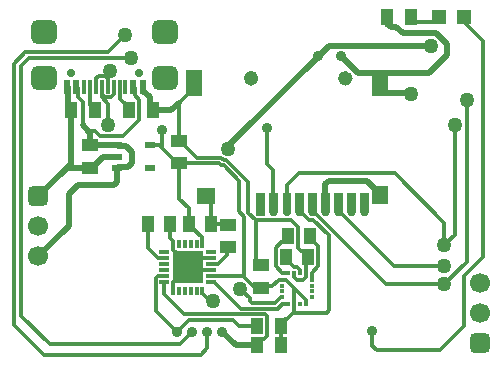
<source format=gtl>
G04*
G04 #@! TF.GenerationSoftware,Altium Limited,Altium Designer,24.6.1 (21)*
G04*
G04 Layer_Physical_Order=1*
G04 Layer_Color=255*
%FSLAX44Y44*%
%MOMM*%
G71*
G04*
G04 #@! TF.SameCoordinates,C8E3648B-F440-4E60-89DD-F72648EE24C4*
G04*
G04*
G04 #@! TF.FilePolarity,Positive*
G04*
G01*
G75*
%ADD10C,0.2540*%
G04:AMPARAMS|DCode=11|XSize=2mm|YSize=2.18mm|CornerRadius=0.5mm|HoleSize=0mm|Usage=FLASHONLY|Rotation=90.000|XOffset=0mm|YOffset=0mm|HoleType=Round|Shape=RoundedRectangle|*
%AMROUNDEDRECTD11*
21,1,2.0000,1.1800,0,0,90.0*
21,1,1.0000,2.1800,0,0,90.0*
1,1,1.0000,0.5900,0.5000*
1,1,1.0000,0.5900,-0.5000*
1,1,1.0000,-0.5900,-0.5000*
1,1,1.0000,-0.5900,0.5000*
%
%ADD11ROUNDEDRECTD11*%
%ADD12R,0.6000X1.1500*%
%ADD13R,0.3000X1.1500*%
%ADD14C,0.7000*%
%ADD15R,2.6000X2.7000*%
%ADD16R,0.3500X0.8000*%
%ADD17R,0.8500X0.3500*%
%ADD18R,0.9000X0.6000*%
%ADD19R,1.3500X1.1000*%
%ADD20R,1.1000X1.3500*%
%ADD21R,0.3000X0.4500*%
%ADD22R,0.4500X0.3000*%
%ADD23R,1.1000X1.4500*%
%ADD24R,1.2000X1.2000*%
%ADD25C,1.0000*%
%ADD26R,1.4000X2.2000*%
%ADD27R,1.6000X1.4000*%
%ADD28R,1.4000X1.6000*%
%ADD29C,0.3000*%
%ADD30C,0.5000*%
%ADD31C,1.7000*%
G04:AMPARAMS|DCode=32|XSize=1.7mm|YSize=1.7mm|CornerRadius=0.425mm|HoleSize=0mm|Usage=FLASHONLY|Rotation=270.000|XOffset=0mm|YOffset=0mm|HoleType=Round|Shape=RoundedRectangle|*
%AMROUNDEDRECTD32*
21,1,1.7000,0.8500,0,0,270.0*
21,1,0.8500,1.7000,0,0,270.0*
1,1,0.8500,-0.4250,-0.4250*
1,1,0.8500,-0.4250,0.4250*
1,1,0.8500,0.4250,0.4250*
1,1,0.8500,0.4250,-0.4250*
%
%ADD32ROUNDEDRECTD32*%
%ADD33C,0.9000*%
%ADD34C,1.2700*%
G36*
G01X210480Y148300D02*
G01X217480D01*
G01Y129175D01*
G02X216605Y128300I-875J0D01*
G01X211355D01*
G02X210480Y129175I0J875D01*
G01Y148300D01*
D02*
G37*
G36*
G01X221480D02*
G01X228480D01*
G01Y131800D01*
G02X224980Y128300I-3500J0D01*
G02X221480Y131800I0J3500D01*
G01Y148300D01*
D02*
G37*
G36*
G01X232980D02*
G01X239980D01*
G01Y131800D01*
G02X236480Y128300I-3500J0D01*
G02X232980Y131800I0J3500D01*
G01Y148300D01*
D02*
G37*
G36*
G01X243480D02*
G01X250480D01*
G01Y131800D01*
G02X246980Y128300I-3500J0D01*
G02X243480Y131800I0J3500D01*
G01Y148300D01*
D02*
G37*
G36*
G01X254480D02*
G01X261480D01*
G01Y131800D01*
G02X257980Y128300I-3500J0D01*
G02X254480Y131800I0J3500D01*
G01Y148300D01*
D02*
G37*
G36*
G01X265480D02*
G01X272480D01*
G01Y131800D01*
G02X268980Y128300I-3500J0D01*
G02X265480Y131800I0J3500D01*
G01Y148300D01*
D02*
G37*
G36*
G01X276480D02*
G01X283480D01*
G01Y131800D01*
G02X279980Y128300I-3500J0D01*
G02X276480Y131800I0J3500D01*
G01Y148300D01*
D02*
G37*
G36*
G01X287480D02*
G01X294480D01*
G01Y131800D01*
G02X290980Y128300I-3500J0D01*
G02X287480Y131800I0J3500D01*
G01Y148300D01*
D02*
G37*
G36*
G01X298480D02*
G01X305480D01*
G01Y131800D01*
G02X301980Y128300I-3500J0D01*
G02X298480Y131800I0J3500D01*
G01Y148300D01*
D02*
G37*
D10*
X210980Y245300D02*
G03*
X210980Y245300I-5000J0D01*
G01*
X290780D02*
G03*
X290780Y245300I-5000J0D01*
G01*
D11*
X31064Y245190D02*
D03*
Y284190D02*
D03*
X133264Y245190D02*
D03*
Y284190D02*
D03*
D12*
X114114Y238190D02*
D03*
X106114D02*
D03*
X50114D02*
D03*
X58114D02*
D03*
D13*
X99614D02*
D03*
X94614D02*
D03*
X79614Y238190D02*
D03*
X64614D02*
D03*
X69614D02*
D03*
X84614D02*
D03*
X89614Y238190D02*
D03*
X74614Y238190D02*
D03*
D14*
X53214Y250190D02*
D03*
X111014D02*
D03*
D15*
X152360Y85410D02*
D03*
D16*
X164860Y105410D02*
D03*
X159860D02*
D03*
X154860D02*
D03*
X149860D02*
D03*
X144860D02*
D03*
X139860D02*
D03*
X164860Y65410D02*
D03*
X159860D02*
D03*
X154860D02*
D03*
X149860D02*
D03*
X144860D02*
D03*
X139860D02*
D03*
D17*
X132610Y97910D02*
D03*
Y92910D02*
D03*
Y87910D02*
D03*
Y82910D02*
D03*
Y77910D02*
D03*
Y72910D02*
D03*
X172110Y97910D02*
D03*
Y92910D02*
D03*
Y87910D02*
D03*
Y82910D02*
D03*
Y77910D02*
D03*
Y72910D02*
D03*
D18*
X120680Y188570D02*
D03*
Y169570D02*
D03*
X92680D02*
D03*
Y179070D02*
D03*
Y188570D02*
D03*
D19*
X144780Y173482D02*
D03*
Y192278D02*
D03*
X69850Y188468D02*
D03*
Y169672D02*
D03*
X186690Y102362D02*
D03*
Y121158D02*
D03*
X214630Y68072D02*
D03*
Y86868D02*
D03*
D20*
X153162Y121920D02*
D03*
X171958D02*
D03*
X118872D02*
D03*
X137668D02*
D03*
X255778Y111760D02*
D03*
X236982D02*
D03*
X235712Y93980D02*
D03*
X254508D02*
D03*
D21*
X237610Y54560D02*
D03*
X242610D02*
D03*
X247610D02*
D03*
X252610D02*
D03*
Y80060D02*
D03*
X247610D02*
D03*
X242610D02*
D03*
X237610D02*
D03*
D22*
X257860Y59810D02*
D03*
Y64810D02*
D03*
Y69810D02*
D03*
Y74810D02*
D03*
X232360D02*
D03*
Y69810D02*
D03*
Y64810D02*
D03*
Y59810D02*
D03*
D23*
X230980Y35560D02*
D03*
X210980D02*
D03*
X230980Y19100D02*
D03*
X210980D02*
D03*
X341470Y297180D02*
D03*
X321470D02*
D03*
X123030Y218440D02*
D03*
X103030D02*
D03*
X53500D02*
D03*
X73500D02*
D03*
D24*
X365420Y297180D02*
D03*
X386420D02*
D03*
D25*
X205980Y245300D02*
D03*
X285780D02*
D03*
D26*
X315480Y241300D02*
D03*
X157480D02*
D03*
D27*
X167480Y145300D02*
D03*
D28*
X315480Y146300D02*
D03*
D29*
X209750Y90868D02*
X213750Y86868D01*
X209750Y90868D02*
Y125300D01*
X213750Y86868D02*
X214630D01*
X147367Y92910D02*
X172110D01*
X171958Y121920D02*
X189738D01*
X270023Y46990D02*
X271780Y48747D01*
Y112251D01*
X243430Y46990D02*
X270023D01*
X242610Y47810D02*
X243430Y46990D01*
X258731Y125300D02*
X271780Y112251D01*
X255288Y125300D02*
X258731D01*
X246980Y133608D02*
X255288Y125300D01*
X246980Y133608D02*
Y138300D01*
X256877Y134711D02*
Y137196D01*
X257980Y138300D01*
X256877Y134711D02*
X320468Y71120D01*
X236480Y155200D02*
X246380Y165100D01*
X327660D01*
X236480Y138300D02*
Y155200D01*
X160326Y177982D02*
X180905D01*
X182817Y176070D01*
X179041Y173482D02*
X180953Y171570D01*
X184624Y176070D02*
X203597Y157097D01*
X182817Y176070D02*
X184624D01*
X182760Y171570D02*
X195580Y158750D01*
X144780Y173482D02*
X179041D01*
X180953Y171570D02*
X182760D01*
X219710Y172573D02*
Y203200D01*
X195580Y132571D02*
Y158750D01*
X11430Y44450D02*
Y256053D01*
X14646Y267390D02*
X84510D01*
X18267Y262890D02*
X104140D01*
X11430Y256053D02*
X18267Y262890D01*
X157480Y237300D02*
Y241300D01*
X144780Y192278D02*
Y224600D01*
X157480Y237300D01*
X128442Y188570D02*
X130810Y186202D01*
X120680Y188570D02*
X128442D01*
X130810Y186202D02*
X143530Y173482D01*
X130810Y186202D02*
Y201930D01*
X143530Y173482D02*
X144780D01*
X153162Y121920D02*
Y135128D01*
Y120670D02*
Y121920D01*
X144780Y143510D02*
X153162Y135128D01*
X144780Y143510D02*
Y173482D01*
X73746Y201065D02*
X78421Y196390D01*
X97973D02*
X111530Y209947D01*
X78421Y196390D02*
X97973D01*
X107614Y230849D02*
X111530Y226933D01*
Y209947D02*
Y226933D01*
X106114Y238190D02*
X107614Y236690D01*
Y230849D02*
Y236690D01*
X68175Y201065D02*
X73746D01*
X59614Y229319D02*
X63500Y225433D01*
Y205740D02*
Y225433D01*
X58114Y238190D02*
X59614Y236690D01*
Y229319D02*
Y236690D01*
X69614Y222326D02*
X73500Y218440D01*
X69614Y222326D02*
Y238190D01*
X94614Y227940D02*
Y238190D01*
Y227940D02*
X98364Y224190D01*
X99030D01*
X103030Y220190D01*
Y218440D02*
Y220190D01*
X11430Y44450D02*
X35560Y20320D01*
X146050D01*
X156210Y30480D01*
X5080Y36830D02*
X30480Y11430D01*
X5080Y36830D02*
Y257824D01*
X14646Y267390D01*
X30480Y11430D02*
X163343D01*
X84510Y267390D02*
X99060Y281940D01*
X168910Y16997D02*
Y30480D01*
X163343Y11430D02*
X168910Y16997D01*
X86587Y251170D02*
Y251640D01*
X82357Y246940D02*
X86587Y251170D01*
X74614Y238190D02*
Y242440D01*
X75114Y242940D01*
Y245183D01*
X76871Y246940D02*
X82357D01*
X84614Y244683D01*
Y238190D02*
Y244683D01*
X75114Y245183D02*
X76871Y246940D01*
X79614Y229319D02*
Y231697D01*
X89614D02*
Y238190D01*
X87357Y229440D02*
X89614Y231697D01*
X81871Y229440D02*
X87357D01*
X79614Y231697D02*
X81871Y229440D01*
X79614Y231697D02*
Y238190D01*
Y229319D02*
X85090Y223843D01*
Y205740D02*
Y223843D01*
X125360Y48630D02*
X143510Y30480D01*
X125360Y48630D02*
Y75903D01*
X127117Y77660D02*
X132360D01*
X132610Y77910D01*
X125360Y75903D02*
X127117Y77660D01*
X210980Y19100D02*
Y20850D01*
X214980Y24850D02*
X217263D01*
X219480Y27067D01*
Y44053D01*
X217723Y45810D02*
X219480Y44053D01*
X132610Y62667D02*
X149467Y45810D01*
X132610Y62667D02*
Y72910D01*
X206637Y54810D02*
X226610D01*
X210980Y20850D02*
X214980Y24850D01*
X174610Y72910D02*
X197210Y50310D01*
X204880Y56567D02*
X206637Y54810D01*
X228474Y50310D02*
X231974Y53810D01*
X149467Y45810D02*
X217723D01*
X231974Y53810D02*
X237610D01*
X204880Y56567D02*
Y59280D01*
X197210Y50310D02*
X228474D01*
X226610Y54810D02*
X231610Y59810D01*
X232360D01*
X196850Y67310D02*
X204880Y59280D01*
X172110Y72910D02*
X174610D01*
X215308Y67986D02*
X216888Y69565D01*
X200250Y77133D02*
X209380Y68003D01*
X199473Y77910D02*
X200250Y77133D01*
X209380Y67986D02*
X215308D01*
X209380D02*
Y68003D01*
X216888Y69565D02*
X224123D01*
X229367Y74810D01*
X152360Y85410D02*
X154860Y82910D01*
X172110D01*
X140110Y100167D02*
X147367Y92910D01*
X140110Y100167D02*
Y105160D01*
X139860Y105410D02*
X140110Y105160D01*
X152360Y84910D02*
Y85410D01*
X139860Y65410D02*
X140110Y65660D01*
Y72660D01*
X152360Y84910D01*
X118872Y101405D02*
Y121920D01*
Y101405D02*
X127117Y93160D01*
X132360D01*
X132610Y92910D01*
X139860Y105410D02*
Y107660D01*
X137668Y109852D02*
Y121920D01*
Y109852D02*
X139860Y107660D01*
X162308Y112774D02*
X162489D01*
X158412Y116670D02*
X162308Y112774D01*
X157162Y116670D02*
X158412D01*
X153162Y120670D02*
X157162Y116670D01*
X200250Y77133D02*
Y127901D01*
X146030Y192278D02*
X160326Y177982D01*
X203597Y131453D02*
Y157097D01*
Y131453D02*
X209750Y125300D01*
X239935D01*
X195580Y132571D02*
X200250Y127901D01*
X172110Y77910D02*
X199473D01*
X162489Y112774D02*
X164610Y110653D01*
Y105660D02*
Y110653D01*
Y105660D02*
X164860Y105410D01*
X171958Y121920D02*
Y140822D01*
X167480Y145300D02*
X171958Y140822D01*
X189738Y121920D02*
X190500Y121158D01*
X172360Y88160D02*
X177603D01*
X185250Y95807D01*
Y98362D01*
X172110Y87910D02*
X172360Y88160D01*
X185250Y98362D02*
X189250Y102362D01*
X190500D01*
X257860Y80839D02*
X263008Y85987D01*
X255778Y110510D02*
X263008Y103280D01*
X255778Y110510D02*
Y111760D01*
X257860Y74810D02*
Y80839D01*
X263008Y85987D02*
Y103280D01*
X251968Y93980D02*
Y97770D01*
X252610Y92082D02*
X254508Y93980D01*
X252610Y80060D02*
Y92082D01*
Y77067D02*
Y80060D01*
X250353Y74810D02*
X252610Y77067D01*
X244867Y74810D02*
X250353D01*
X242610Y77067D02*
X244867Y74810D01*
X242610Y77067D02*
Y80060D01*
X237610Y53810D02*
Y54560D01*
X172134Y59006D02*
X173990Y57150D01*
X169014Y59006D02*
X172134D01*
X164860Y63160D02*
X169014Y59006D01*
X164860Y63160D02*
Y65410D01*
X230980Y19100D02*
Y35560D01*
Y37310D02*
X234980Y41310D01*
X242610Y47810D02*
Y54560D01*
X236110Y41310D02*
X242610Y47810D01*
X234980Y41310D02*
X236110D01*
X230980Y35560D02*
Y37310D01*
X252610Y54560D02*
Y57553D01*
X242610Y67553D02*
X252610Y57553D01*
X242610Y54560D02*
Y67553D01*
X235353Y74810D02*
X242610Y67553D01*
X232360Y74810D02*
X235353D01*
X229367D02*
X232360D01*
X232389Y80810D02*
X237610D01*
X227212Y85987D02*
Y101973D01*
X231749Y106510D01*
X232982D01*
X236982Y110510D01*
Y111760D01*
X237610Y80060D02*
Y80810D01*
X227212Y85987D02*
X232389Y80810D01*
X235712Y92730D02*
X242768Y85674D01*
X244989D01*
X247610Y80060D02*
Y83053D01*
X235712Y92730D02*
Y93980D01*
X244989Y85674D02*
X247610Y83053D01*
X239935Y125300D02*
X245931Y119304D01*
Y101436D02*
Y119304D01*
Y101436D02*
X248137Y99230D01*
X250508D01*
X251968Y97770D01*
X144780Y192278D02*
X146030D01*
X369570Y104140D02*
Y123190D01*
X327660Y165100D02*
X369570Y123190D01*
X386420Y293370D02*
X402590Y277200D01*
X386420Y77810D02*
X402590Y93980D01*
Y277200D01*
X386420Y35900D02*
Y77810D01*
X369570Y71120D02*
X388620Y90170D01*
Y227330D01*
X369570Y104140D02*
X378460Y113030D01*
Y205740D01*
X279980Y133608D02*
X327228Y86360D01*
X369570D01*
X320468Y71120D02*
X369570D01*
X279980Y133608D02*
Y138300D01*
X341470Y293370D02*
X365420D01*
X308610Y19050D02*
X312420Y15240D01*
X308610Y19050D02*
Y31750D01*
X312420Y15240D02*
X365760D01*
X386420Y35900D01*
X224980Y138300D02*
Y167303D01*
X219710Y172573D02*
X224980Y167303D01*
X190500Y40640D02*
X195580Y35560D01*
X153670Y40640D02*
X190500D01*
X143510Y30480D02*
X153670Y40640D01*
X195580Y35560D02*
X210980D01*
D30*
X296300Y249800D02*
X310980D01*
X281940Y264160D02*
X296300Y249800D01*
X315480Y241300D02*
Y245300D01*
X310980Y249800D02*
X315480Y245300D01*
X186690Y185420D02*
Y187960D01*
X271750Y273020D01*
X358140D01*
X334291Y283370D02*
X362427D01*
X329041Y288620D02*
X334291Y283370D01*
X362427D02*
X371836Y273962D01*
X356480Y249800D02*
X371836Y265156D01*
X324470Y288620D02*
X329041D01*
X321470Y291620D02*
X324470Y288620D01*
X321470Y291620D02*
Y293370D01*
X319980Y249800D02*
X356480D01*
X371836Y265156D02*
Y273962D01*
X315480Y237300D02*
Y241300D01*
X341240Y232800D02*
X341630Y232410D01*
X315480Y237300D02*
X319980Y232800D01*
X341240D01*
X138620Y218440D02*
X144780Y224600D01*
X68175Y201065D02*
X69850Y199390D01*
X63500Y205740D02*
X68175Y201065D01*
X69850Y188468D02*
Y199390D01*
X120030Y221440D02*
X123030Y218440D01*
X120030Y221440D02*
Y229524D01*
X114614Y234940D02*
Y237690D01*
X114114Y238190D02*
X114614Y237690D01*
Y234940D02*
X120030Y229524D01*
X123030Y218440D02*
X138620D01*
X50614Y221326D02*
Y237690D01*
X50114Y238190D02*
X50614Y237690D01*
Y221326D02*
X53500Y218440D01*
X268980Y155821D02*
X271909Y158750D01*
X304030D01*
X315480Y147300D01*
X268980Y138300D02*
Y155821D01*
X315480Y245300D02*
X319980Y249800D01*
X315480Y146300D02*
Y147300D01*
X181610Y30480D02*
X192990Y19100D01*
X210980D01*
X92680Y157869D02*
Y169570D01*
X89751Y154940D02*
X92680Y157869D01*
X59690Y154940D02*
X89751D01*
X52070Y147320D02*
X59690Y154940D01*
X52070Y120670D02*
Y147320D01*
X26000Y94600D02*
X52070Y120670D01*
X93180Y170070D02*
X101490D01*
X105410Y173990D01*
X92680Y169570D02*
X93180Y170070D01*
X105410Y173990D02*
Y182880D01*
X100220Y188070D02*
X105410Y182880D01*
X93180Y188070D02*
X100220D01*
X92680Y188570D02*
X93180Y188070D01*
X69901Y188519D02*
X92629D01*
X69850Y188468D02*
X69901Y188519D01*
X92629D02*
X92680Y188570D01*
X80498Y179070D02*
X92680D01*
X71100Y169672D02*
X80498Y179070D01*
X69850Y169672D02*
X71100D01*
X53500Y172900D02*
Y218440D01*
X50272Y169672D02*
X53500Y172900D01*
X26000Y145400D02*
X50272Y169672D01*
X64770D01*
D31*
X26000Y94600D02*
D03*
Y120000D02*
D03*
X400000Y72400D02*
D03*
Y47000D02*
D03*
D32*
X26000Y145400D02*
D03*
X400000Y21600D02*
D03*
D33*
X281940Y264160D02*
D03*
X262289Y264448D02*
D03*
X219710Y203200D02*
D03*
X168910Y30480D02*
D03*
X156210D02*
D03*
X308610Y31750D02*
D03*
X181610Y30480D02*
D03*
X143510D02*
D03*
X130810Y201930D02*
D03*
D34*
X186690Y185420D02*
D03*
X358140Y273020D02*
D03*
X341630Y232410D02*
D03*
X104140Y262890D02*
D03*
X99060Y281940D02*
D03*
X86587Y251640D02*
D03*
X85090Y205740D02*
D03*
X196850Y67310D02*
D03*
X173990Y57150D02*
D03*
X388620Y227330D02*
D03*
X378460Y205740D02*
D03*
X369570Y104140D02*
D03*
Y86360D02*
D03*
Y71120D02*
D03*
M02*

</source>
